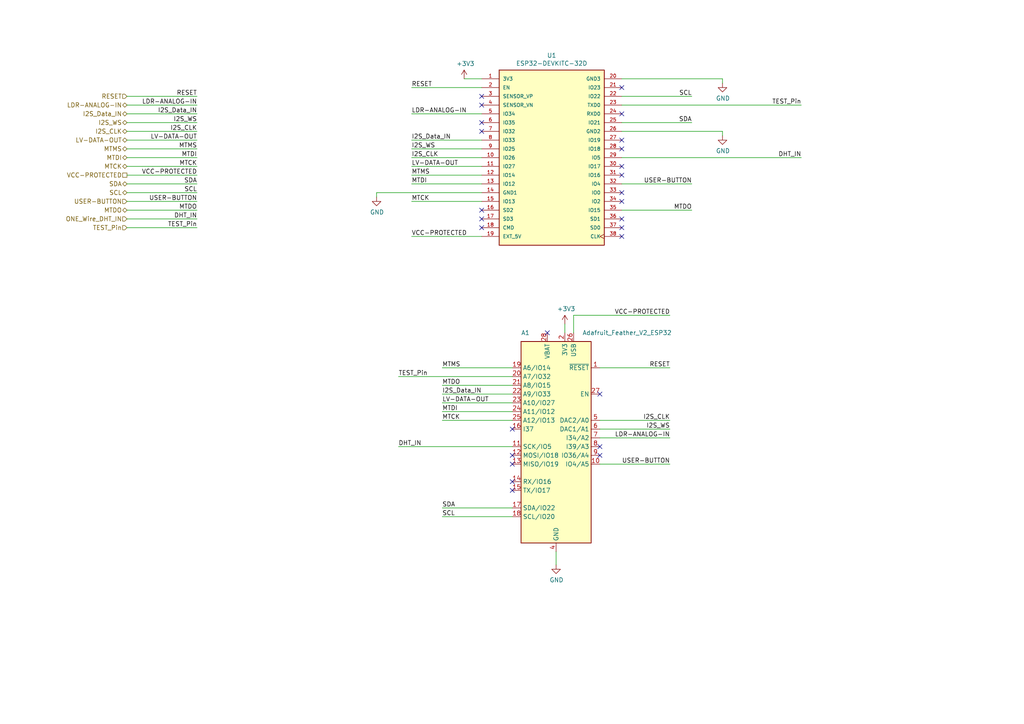
<source format=kicad_sch>
(kicad_sch (version 20230121) (generator eeschema)

  (uuid 92fc86c1-c938-4da6-b453-50182489c2ae)

  (paper "A4")

  (title_block
    (title "Pixelix")
    (date "2024-02-02")
    (rev "2.1")
    (comment 1 "Schneider, Niklas")
  )

  (lib_symbols
    (symbol "ESP32-DEVKITC-32D_new:ESP32-DEVKITC-32D" (pin_names (offset 1.016)) (in_bom yes) (on_board yes)
      (property "Reference" "U" (at -15.2654 26.0604 0)
        (effects (font (size 1.27 1.27)) (justify left bottom))
      )
      (property "Value" "ESP32-DEVKITC-32D" (at -15.2654 -27.9654 0)
        (effects (font (size 1.27 1.27)) (justify left bottom))
      )
      (property "Footprint" "MODULE_ESP32-DEVKITC-32D" (at 0 0 0)
        (effects (font (size 1.27 1.27)) (justify left bottom) hide)
      )
      (property "Datasheet" "" (at 0 0 0)
        (effects (font (size 1.27 1.27)) (justify left bottom) hide)
      )
      (property "MANUFACTURER" "Espressif Systems" (at 0 0 0)
        (effects (font (size 1.27 1.27)) (justify left bottom) hide)
      )
      (property "PARTREV" "4" (at 0 0 0)
        (effects (font (size 1.27 1.27)) (justify left bottom) hide)
      )
      (property "ki_locked" "" (at 0 0 0)
        (effects (font (size 1.27 1.27)))
      )
      (symbol "ESP32-DEVKITC-32D_0_0"
        (rectangle (start -15.24 -25.4) (end 15.24 25.4)
          (stroke (width 0.254) (type default))
          (fill (type background))
        )
        (pin power_in line (at -20.32 22.86 0) (length 5.08)
          (name "3V3" (effects (font (size 1.016 1.016))))
          (number "1" (effects (font (size 1.016 1.016))))
        )
        (pin bidirectional line (at -20.32 0 0) (length 5.08)
          (name "IO26" (effects (font (size 1.016 1.016))))
          (number "10" (effects (font (size 1.016 1.016))))
        )
        (pin bidirectional line (at -20.32 -2.54 0) (length 5.08)
          (name "IO27" (effects (font (size 1.016 1.016))))
          (number "11" (effects (font (size 1.016 1.016))))
        )
        (pin bidirectional line (at -20.32 -5.08 0) (length 5.08)
          (name "IO14" (effects (font (size 1.016 1.016))))
          (number "12" (effects (font (size 1.016 1.016))))
        )
        (pin bidirectional line (at -20.32 -7.62 0) (length 5.08)
          (name "IO12" (effects (font (size 1.016 1.016))))
          (number "13" (effects (font (size 1.016 1.016))))
        )
        (pin power_in line (at -20.32 -10.16 0) (length 5.08)
          (name "GND1" (effects (font (size 1.016 1.016))))
          (number "14" (effects (font (size 1.016 1.016))))
        )
        (pin bidirectional line (at -20.32 -12.7 0) (length 5.08)
          (name "IO13" (effects (font (size 1.016 1.016))))
          (number "15" (effects (font (size 1.016 1.016))))
        )
        (pin bidirectional line (at -20.32 -15.24 0) (length 5.08)
          (name "SD2" (effects (font (size 1.016 1.016))))
          (number "16" (effects (font (size 1.016 1.016))))
        )
        (pin bidirectional line (at -20.32 -17.78 0) (length 5.08)
          (name "SD3" (effects (font (size 1.016 1.016))))
          (number "17" (effects (font (size 1.016 1.016))))
        )
        (pin bidirectional line (at -20.32 -20.32 0) (length 5.08)
          (name "CMD" (effects (font (size 1.016 1.016))))
          (number "18" (effects (font (size 1.016 1.016))))
        )
        (pin power_in line (at -20.32 -22.86 0) (length 5.08)
          (name "EXT_5V" (effects (font (size 1.016 1.016))))
          (number "19" (effects (font (size 1.016 1.016))))
        )
        (pin input line (at -20.32 20.32 0) (length 5.08)
          (name "EN" (effects (font (size 1.016 1.016))))
          (number "2" (effects (font (size 1.016 1.016))))
        )
        (pin power_in line (at 20.32 22.86 180) (length 5.08)
          (name "GND3" (effects (font (size 1.016 1.016))))
          (number "20" (effects (font (size 1.016 1.016))))
        )
        (pin bidirectional line (at 20.32 20.32 180) (length 5.08)
          (name "IO23" (effects (font (size 1.016 1.016))))
          (number "21" (effects (font (size 1.016 1.016))))
        )
        (pin bidirectional line (at 20.32 17.78 180) (length 5.08)
          (name "IO22" (effects (font (size 1.016 1.016))))
          (number "22" (effects (font (size 1.016 1.016))))
        )
        (pin output line (at 20.32 15.24 180) (length 5.08)
          (name "TXD0" (effects (font (size 1.016 1.016))))
          (number "23" (effects (font (size 1.016 1.016))))
        )
        (pin input line (at 20.32 12.7 180) (length 5.08)
          (name "RXD0" (effects (font (size 1.016 1.016))))
          (number "24" (effects (font (size 1.016 1.016))))
        )
        (pin bidirectional line (at 20.32 10.16 180) (length 5.08)
          (name "IO21" (effects (font (size 1.016 1.016))))
          (number "25" (effects (font (size 1.016 1.016))))
        )
        (pin power_in line (at 20.32 7.62 180) (length 5.08)
          (name "GND2" (effects (font (size 1.016 1.016))))
          (number "26" (effects (font (size 1.016 1.016))))
        )
        (pin bidirectional line (at 20.32 5.08 180) (length 5.08)
          (name "IO19" (effects (font (size 1.016 1.016))))
          (number "27" (effects (font (size 1.016 1.016))))
        )
        (pin bidirectional line (at 20.32 2.54 180) (length 5.08)
          (name "IO18" (effects (font (size 1.016 1.016))))
          (number "28" (effects (font (size 1.016 1.016))))
        )
        (pin bidirectional line (at 20.32 0 180) (length 5.08)
          (name "IO5" (effects (font (size 1.016 1.016))))
          (number "29" (effects (font (size 1.016 1.016))))
        )
        (pin input line (at -20.32 17.78 0) (length 5.08)
          (name "SENSOR_VP" (effects (font (size 1.016 1.016))))
          (number "3" (effects (font (size 1.016 1.016))))
        )
        (pin bidirectional line (at 20.32 -2.54 180) (length 5.08)
          (name "IO17" (effects (font (size 1.016 1.016))))
          (number "30" (effects (font (size 1.016 1.016))))
        )
        (pin bidirectional line (at 20.32 -5.08 180) (length 5.08)
          (name "IO16" (effects (font (size 1.016 1.016))))
          (number "31" (effects (font (size 1.016 1.016))))
        )
        (pin bidirectional line (at 20.32 -7.62 180) (length 5.08)
          (name "IO4" (effects (font (size 1.016 1.016))))
          (number "32" (effects (font (size 1.016 1.016))))
        )
        (pin bidirectional line (at 20.32 -10.16 180) (length 5.08)
          (name "IO0" (effects (font (size 1.016 1.016))))
          (number "33" (effects (font (size 1.016 1.016))))
        )
        (pin bidirectional line (at 20.32 -12.7 180) (length 5.08)
          (name "IO2" (effects (font (size 1.016 1.016))))
          (number "34" (effects (font (size 1.016 1.016))))
        )
        (pin bidirectional line (at 20.32 -15.24 180) (length 5.08)
          (name "IO15" (effects (font (size 1.016 1.016))))
          (number "35" (effects (font (size 1.016 1.016))))
        )
        (pin bidirectional line (at 20.32 -17.78 180) (length 5.08)
          (name "SD1" (effects (font (size 1.016 1.016))))
          (number "36" (effects (font (size 1.016 1.016))))
        )
        (pin bidirectional line (at 20.32 -20.32 180) (length 5.08)
          (name "SD0" (effects (font (size 1.016 1.016))))
          (number "37" (effects (font (size 1.016 1.016))))
        )
        (pin input clock (at 20.32 -22.86 180) (length 5.08)
          (name "CLK" (effects (font (size 1.016 1.016))))
          (number "38" (effects (font (size 1.016 1.016))))
        )
        (pin input line (at -20.32 15.24 0) (length 5.08)
          (name "SENSOR_VN" (effects (font (size 1.016 1.016))))
          (number "4" (effects (font (size 1.016 1.016))))
        )
        (pin bidirectional line (at -20.32 12.7 0) (length 5.08)
          (name "IO34" (effects (font (size 1.016 1.016))))
          (number "5" (effects (font (size 1.016 1.016))))
        )
        (pin bidirectional line (at -20.32 10.16 0) (length 5.08)
          (name "IO35" (effects (font (size 1.016 1.016))))
          (number "6" (effects (font (size 1.016 1.016))))
        )
        (pin bidirectional line (at -20.32 7.62 0) (length 5.08)
          (name "IO32" (effects (font (size 1.016 1.016))))
          (number "7" (effects (font (size 1.016 1.016))))
        )
        (pin bidirectional line (at -20.32 5.08 0) (length 5.08)
          (name "IO33" (effects (font (size 1.016 1.016))))
          (number "8" (effects (font (size 1.016 1.016))))
        )
        (pin bidirectional line (at -20.32 2.54 0) (length 5.08)
          (name "IO25" (effects (font (size 1.016 1.016))))
          (number "9" (effects (font (size 1.016 1.016))))
        )
      )
    )
    (symbol "MCU_Module_Project:Adafruit_Feather_V2_ESP32" (in_bom yes) (on_board yes)
      (property "Reference" "A" (at -10.16 29.21 0)
        (effects (font (size 1.27 1.27)) (justify left))
      )
      (property "Value" "Adafruit_Feather_V2_ESP32" (at 7.62 29.21 0)
        (effects (font (size 1.27 1.27)) (justify left))
      )
      (property "Footprint" "Module:Adafruit_Feather" (at 2.54 -34.29 0)
        (effects (font (size 1.27 1.27)) (justify left) hide)
      )
      (property "Datasheet" "https://cdn-learn.adafruit.com/downloads/pdf/adafruit-esp32-feather-v2.pdf" (at 0 -30.48 0)
        (effects (font (size 1.27 1.27)) hide)
      )
      (property "ki_keywords" "Adafruit feather microcontroller module USB" (at 0 0 0)
        (effects (font (size 1.27 1.27)) hide)
      )
      (property "ki_description" "Microcontroller module with ESP32 MCU" (at 0 0 0)
        (effects (font (size 1.27 1.27)) hide)
      )
      (property "ki_fp_filters" "Adafruit*Feather*" (at 0 0 0)
        (effects (font (size 1.27 1.27)) hide)
      )
      (symbol "Adafruit_Feather_V2_ESP32_0_1"
        (rectangle (start -10.16 27.94) (end 10.16 -30.48)
          (stroke (width 0.254) (type default))
          (fill (type background))
        )
      )
      (symbol "Adafruit_Feather_V2_ESP32_1_1"
        (pin input line (at 12.7 20.32 180) (length 2.54)
          (name "~{RESET}" (effects (font (size 1.27 1.27))))
          (number "1" (effects (font (size 1.27 1.27))))
        )
        (pin bidirectional line (at 12.7 -7.62 180) (length 2.54)
          (name "IO4/A5" (effects (font (size 1.27 1.27))))
          (number "10" (effects (font (size 1.27 1.27))))
        )
        (pin bidirectional line (at -12.7 -2.54 0) (length 2.54)
          (name "SCK/IO5" (effects (font (size 1.27 1.27))))
          (number "11" (effects (font (size 1.27 1.27))))
        )
        (pin bidirectional line (at -12.7 -5.08 0) (length 2.54)
          (name "MOSI/IO18" (effects (font (size 1.27 1.27))))
          (number "12" (effects (font (size 1.27 1.27))))
        )
        (pin bidirectional line (at -12.7 -7.62 0) (length 2.54)
          (name "MISO/IO19" (effects (font (size 1.27 1.27))))
          (number "13" (effects (font (size 1.27 1.27))))
        )
        (pin bidirectional line (at -12.7 -12.7 0) (length 2.54)
          (name "RX/IO16" (effects (font (size 1.27 1.27))))
          (number "14" (effects (font (size 1.27 1.27))))
        )
        (pin bidirectional line (at -12.7 -15.24 0) (length 2.54)
          (name "TX/IO17" (effects (font (size 1.27 1.27))))
          (number "15" (effects (font (size 1.27 1.27))))
        )
        (pin bidirectional line (at -12.7 2.54 0) (length 2.54)
          (name "I37" (effects (font (size 1.27 1.27))))
          (number "16" (effects (font (size 1.27 1.27))))
        )
        (pin bidirectional line (at -12.7 -20.32 0) (length 2.54)
          (name "SDA/IO22" (effects (font (size 1.27 1.27))))
          (number "17" (effects (font (size 1.27 1.27))))
        )
        (pin bidirectional line (at -12.7 -22.86 0) (length 2.54)
          (name "SCL/IO20" (effects (font (size 1.27 1.27))))
          (number "18" (effects (font (size 1.27 1.27))))
        )
        (pin bidirectional line (at -12.7 20.32 0) (length 2.54)
          (name "A6/IO14" (effects (font (size 1.27 1.27))))
          (number "19" (effects (font (size 1.27 1.27))))
        )
        (pin power_in line (at 2.54 30.48 270) (length 2.54)
          (name "3V3" (effects (font (size 1.27 1.27))))
          (number "2" (effects (font (size 1.27 1.27))))
        )
        (pin bidirectional line (at -12.7 17.78 0) (length 2.54)
          (name "A7/IO32" (effects (font (size 1.27 1.27))))
          (number "20" (effects (font (size 1.27 1.27))))
        )
        (pin bidirectional line (at -12.7 15.24 0) (length 2.54)
          (name "A8/IO15" (effects (font (size 1.27 1.27))))
          (number "21" (effects (font (size 1.27 1.27))))
        )
        (pin bidirectional line (at -12.7 12.7 0) (length 2.54)
          (name "A9/IO33" (effects (font (size 1.27 1.27))))
          (number "22" (effects (font (size 1.27 1.27))))
        )
        (pin bidirectional line (at -12.7 10.16 0) (length 2.54)
          (name "A10/IO27" (effects (font (size 1.27 1.27))))
          (number "23" (effects (font (size 1.27 1.27))))
        )
        (pin bidirectional line (at -12.7 7.62 0) (length 2.54)
          (name "A11/IO12" (effects (font (size 1.27 1.27))))
          (number "24" (effects (font (size 1.27 1.27))))
        )
        (pin bidirectional line (at -12.7 5.08 0) (length 2.54)
          (name "A12/IO13" (effects (font (size 1.27 1.27))))
          (number "25" (effects (font (size 1.27 1.27))))
        )
        (pin power_in line (at 5.08 30.48 270) (length 2.54)
          (name "USB" (effects (font (size 1.27 1.27))))
          (number "26" (effects (font (size 1.27 1.27))))
        )
        (pin input line (at 12.7 12.7 180) (length 2.54)
          (name "EN" (effects (font (size 1.27 1.27))))
          (number "27" (effects (font (size 1.27 1.27))))
        )
        (pin power_in line (at -2.54 30.48 270) (length 2.54)
          (name "VBAT" (effects (font (size 1.27 1.27))))
          (number "28" (effects (font (size 1.27 1.27))))
        )
        (pin no_connect line (at 10.16 10.16 180) (length 2.54) hide
          (name "NC" (effects (font (size 1.27 1.27))))
          (number "3" (effects (font (size 1.27 1.27))))
        )
        (pin power_in line (at 0 -33.02 90) (length 2.54)
          (name "GND" (effects (font (size 1.27 1.27))))
          (number "4" (effects (font (size 1.27 1.27))))
        )
        (pin bidirectional line (at 12.7 5.08 180) (length 2.54)
          (name "DAC2/A0" (effects (font (size 1.27 1.27))))
          (number "5" (effects (font (size 1.27 1.27))))
        )
        (pin bidirectional line (at 12.7 2.54 180) (length 2.54)
          (name "DAC1/A1" (effects (font (size 1.27 1.27))))
          (number "6" (effects (font (size 1.27 1.27))))
        )
        (pin bidirectional line (at 12.7 0 180) (length 2.54)
          (name "I34/A2" (effects (font (size 1.27 1.27))))
          (number "7" (effects (font (size 1.27 1.27))))
        )
        (pin bidirectional line (at 12.7 -2.54 180) (length 2.54)
          (name "I39/A3" (effects (font (size 1.27 1.27))))
          (number "8" (effects (font (size 1.27 1.27))))
        )
        (pin bidirectional line (at 12.7 -5.08 180) (length 2.54)
          (name "IO36/A4" (effects (font (size 1.27 1.27))))
          (number "9" (effects (font (size 1.27 1.27))))
        )
      )
    )
    (symbol "power:+3V3" (power) (pin_names (offset 0)) (in_bom yes) (on_board yes)
      (property "Reference" "#PWR" (at 0 -3.81 0)
        (effects (font (size 1.27 1.27)) hide)
      )
      (property "Value" "+3V3" (at 0 3.556 0)
        (effects (font (size 1.27 1.27)))
      )
      (property "Footprint" "" (at 0 0 0)
        (effects (font (size 1.27 1.27)) hide)
      )
      (property "Datasheet" "" (at 0 0 0)
        (effects (font (size 1.27 1.27)) hide)
      )
      (property "ki_keywords" "power-flag" (at 0 0 0)
        (effects (font (size 1.27 1.27)) hide)
      )
      (property "ki_description" "Power symbol creates a global label with name \"+3V3\"" (at 0 0 0)
        (effects (font (size 1.27 1.27)) hide)
      )
      (symbol "+3V3_0_1"
        (polyline
          (pts
            (xy -0.762 1.27)
            (xy 0 2.54)
          )
          (stroke (width 0) (type default))
          (fill (type none))
        )
        (polyline
          (pts
            (xy 0 0)
            (xy 0 2.54)
          )
          (stroke (width 0) (type default))
          (fill (type none))
        )
        (polyline
          (pts
            (xy 0 2.54)
            (xy 0.762 1.27)
          )
          (stroke (width 0) (type default))
          (fill (type none))
        )
      )
      (symbol "+3V3_1_1"
        (pin power_in line (at 0 0 90) (length 0) hide
          (name "+3V3" (effects (font (size 1.27 1.27))))
          (number "1" (effects (font (size 1.27 1.27))))
        )
      )
    )
    (symbol "power:GND" (power) (pin_names (offset 0)) (in_bom yes) (on_board yes)
      (property "Reference" "#PWR" (at 0 -6.35 0)
        (effects (font (size 1.27 1.27)) hide)
      )
      (property "Value" "GND" (at 0 -3.81 0)
        (effects (font (size 1.27 1.27)))
      )
      (property "Footprint" "" (at 0 0 0)
        (effects (font (size 1.27 1.27)) hide)
      )
      (property "Datasheet" "" (at 0 0 0)
        (effects (font (size 1.27 1.27)) hide)
      )
      (property "ki_keywords" "power-flag" (at 0 0 0)
        (effects (font (size 1.27 1.27)) hide)
      )
      (property "ki_description" "Power symbol creates a global label with name \"GND\" , ground" (at 0 0 0)
        (effects (font (size 1.27 1.27)) hide)
      )
      (symbol "GND_0_1"
        (polyline
          (pts
            (xy 0 0)
            (xy 0 -1.27)
            (xy 1.27 -1.27)
            (xy 0 -2.54)
            (xy -1.27 -1.27)
            (xy 0 -1.27)
          )
          (stroke (width 0) (type default))
          (fill (type none))
        )
      )
      (symbol "GND_1_1"
        (pin power_in line (at 0 0 270) (length 0) hide
          (name "GND" (effects (font (size 1.27 1.27))))
          (number "1" (effects (font (size 1.27 1.27))))
        )
      )
    )
  )


  (no_connect (at 180.34 33.02) (uuid 04ca1e89-7c5d-4408-912f-8dfa11c34742))
  (no_connect (at 139.7 66.04) (uuid 14cc674a-e71f-42c1-8996-e3d1c10b4388))
  (no_connect (at 148.59 132.08) (uuid 1c2bb362-c5d1-47b4-ba3a-18061cedd258))
  (no_connect (at 173.99 114.3) (uuid 1ceccdfe-725a-461d-936b-211534a84e06))
  (no_connect (at 180.34 50.8) (uuid 2b70e678-7806-4679-9ac4-c564289379f8))
  (no_connect (at 180.34 63.5) (uuid 2d03b6c5-0e7a-4331-a324-5aa9af74055a))
  (no_connect (at 148.59 139.7) (uuid 3724e910-4ee5-4a07-aea9-c8dd86ec4314))
  (no_connect (at 180.34 58.42) (uuid 387658b2-a7a4-411c-9b77-fe33279dadb2))
  (no_connect (at 139.7 30.48) (uuid 3bd45bf6-1ffb-446b-938b-00d101972b73))
  (no_connect (at 180.34 66.04) (uuid 3c67a3db-995c-4d43-aa47-dc779df5b4ac))
  (no_connect (at 173.99 129.54) (uuid 40e95ff3-f410-4bd7-ba28-7bf9188a12e4))
  (no_connect (at 173.99 132.08) (uuid 40e95ff3-f410-4bd7-ba28-7bf9188a12e5))
  (no_connect (at 180.34 55.88) (uuid 43c94fa6-e915-42b8-bff8-577e3d0a7174))
  (no_connect (at 139.7 60.96) (uuid 50f47e45-6bd5-44e1-b720-905518236788))
  (no_connect (at 139.7 63.5) (uuid 6474abbe-723e-4810-bc21-f071cdf93c1d))
  (no_connect (at 139.7 27.94) (uuid 6f86e8ea-6883-48f2-a6b4-6bcccc653b3d))
  (no_connect (at 139.7 35.56) (uuid 8c22cddb-eeff-4baa-b944-0ddfca607719))
  (no_connect (at 180.34 48.26) (uuid 9ca25690-4a5c-4133-8f73-fb791ffc6c73))
  (no_connect (at 148.59 124.46) (uuid 9d948440-30be-4aac-81f9-a891c5254093))
  (no_connect (at 148.59 134.62) (uuid b7200f00-7440-4b1f-a87b-38fe39dae948))
  (no_connect (at 148.59 142.24) (uuid c0822ada-510a-48b9-9b39-1595bec03442))
  (no_connect (at 180.34 43.18) (uuid cd9b81a2-b79a-4244-9ac0-c62e254036a3))
  (no_connect (at 139.7 38.1) (uuid d29f5640-8cc0-4562-ad08-b8058402a8c8))
  (no_connect (at 158.75 96.52) (uuid d9734f12-1363-451c-b51b-d044389d1332))
  (no_connect (at 180.34 68.58) (uuid da997e41-bfb2-45c4-8d70-84c56750ade2))
  (no_connect (at 180.34 40.64) (uuid e15e244f-337b-4568-afba-cb48208e8855))
  (no_connect (at 180.34 25.4) (uuid f9032590-fd04-446e-ab06-2a94c8103de7))

  (wire (pts (xy 57.15 60.96) (xy 36.83 60.96))
    (stroke (width 0) (type default))
    (uuid 1285a37f-41b7-46ca-80f7-915e77e0e01f)
  )
  (wire (pts (xy 128.27 121.92) (xy 148.59 121.92))
    (stroke (width 0) (type default))
    (uuid 14604585-0846-4992-9ac2-19f9894160e8)
  )
  (wire (pts (xy 139.7 58.42) (xy 119.38 58.42))
    (stroke (width 0) (type default))
    (uuid 159d10ae-3d84-4d21-a312-e42d84463192)
  )
  (wire (pts (xy 200.66 35.56) (xy 180.34 35.56))
    (stroke (width 0) (type default))
    (uuid 1993bbe8-e6b2-440f-9001-e94fa0a7805a)
  )
  (wire (pts (xy 57.15 55.88) (xy 36.83 55.88))
    (stroke (width 0) (type default))
    (uuid 1b758806-ee8a-4331-9306-b4ad85001704)
  )
  (wire (pts (xy 148.59 114.3) (xy 128.27 114.3))
    (stroke (width 0) (type default))
    (uuid 1c648539-eae2-4180-8763-c4fb1ccee44c)
  )
  (wire (pts (xy 166.37 91.44) (xy 166.37 96.52))
    (stroke (width 0) (type default))
    (uuid 25ec060d-1055-47ee-8353-248e0a0bf110)
  )
  (wire (pts (xy 128.27 119.38) (xy 148.59 119.38))
    (stroke (width 0) (type default))
    (uuid 2958d1c2-5e95-40c2-a135-143db5d0f837)
  )
  (wire (pts (xy 139.7 50.8) (xy 119.38 50.8))
    (stroke (width 0) (type default))
    (uuid 2c1768f4-d5af-4b67-9275-3ef489ddd821)
  )
  (wire (pts (xy 57.15 45.72) (xy 36.83 45.72))
    (stroke (width 0) (type default))
    (uuid 2e074083-07c5-46ae-90c0-d513c17047b7)
  )
  (wire (pts (xy 57.15 58.42) (xy 36.83 58.42))
    (stroke (width 0) (type default))
    (uuid 3456194f-745c-4a39-a0fd-fb7c42121b52)
  )
  (wire (pts (xy 139.7 25.4) (xy 119.38 25.4))
    (stroke (width 0) (type default))
    (uuid 376a20bc-00e4-4fec-a45a-3010ad460297)
  )
  (wire (pts (xy 57.15 30.48) (xy 36.83 30.48))
    (stroke (width 0) (type default))
    (uuid 38834d9d-fa89-43c9-969d-cd7045771d53)
  )
  (wire (pts (xy 57.15 50.8) (xy 36.83 50.8))
    (stroke (width 0) (type default))
    (uuid 3a1184de-39da-456d-a308-e8574cd2fa59)
  )
  (wire (pts (xy 209.55 24.13) (xy 209.55 22.86))
    (stroke (width 0) (type default))
    (uuid 3b3cfa17-d6ac-46c1-b6c1-6a4067b2d1f3)
  )
  (wire (pts (xy 166.37 91.44) (xy 194.31 91.44))
    (stroke (width 0) (type default))
    (uuid 3f248ae9-d532-4f39-8cf4-002736534383)
  )
  (wire (pts (xy 139.7 43.18) (xy 119.38 43.18))
    (stroke (width 0) (type default))
    (uuid 496b2836-ffb3-4594-b2fd-a051b962befe)
  )
  (wire (pts (xy 200.66 53.34) (xy 180.34 53.34))
    (stroke (width 0) (type default))
    (uuid 4a75fde4-ea80-4838-b6b2-42d27d0eb1fc)
  )
  (wire (pts (xy 139.7 33.02) (xy 119.38 33.02))
    (stroke (width 0) (type default))
    (uuid 50ba84ce-707f-4cdc-9745-a631931dad61)
  )
  (wire (pts (xy 57.15 63.5) (xy 36.83 63.5))
    (stroke (width 0) (type default))
    (uuid 53a7f874-9567-4f76-8708-0155969a5d44)
  )
  (wire (pts (xy 57.15 43.18) (xy 36.83 43.18))
    (stroke (width 0) (type default))
    (uuid 552ee70e-ad86-4afe-a532-e91f5d0b55de)
  )
  (wire (pts (xy 57.15 35.56) (xy 36.83 35.56))
    (stroke (width 0) (type default))
    (uuid 557139ee-5b6f-4998-8667-ec3025aefd8d)
  )
  (wire (pts (xy 128.27 147.32) (xy 148.59 147.32))
    (stroke (width 0) (type default))
    (uuid 61e04839-2c24-4920-815d-03e7e4e62782)
  )
  (wire (pts (xy 128.27 111.76) (xy 148.59 111.76))
    (stroke (width 0) (type default))
    (uuid 6215e4fb-5af7-4a33-8752-287806ed6fbb)
  )
  (wire (pts (xy 194.31 134.62) (xy 173.99 134.62))
    (stroke (width 0) (type default))
    (uuid 64f00d1b-b00d-4de5-b9c9-61f47a6fb993)
  )
  (wire (pts (xy 109.22 57.15) (xy 109.22 55.88))
    (stroke (width 0) (type default))
    (uuid 68408cb1-0f6c-4978-b94b-063167f9ba38)
  )
  (wire (pts (xy 209.55 39.37) (xy 209.55 38.1))
    (stroke (width 0) (type default))
    (uuid 6afa334a-43af-403e-83f1-437719566348)
  )
  (wire (pts (xy 57.15 48.26) (xy 36.83 48.26))
    (stroke (width 0) (type default))
    (uuid 6bca6c63-3599-4fe7-8cca-d982212e6e6a)
  )
  (wire (pts (xy 57.15 66.04) (xy 36.83 66.04))
    (stroke (width 0) (type default))
    (uuid 75e1ea8b-3d24-480c-8bb7-dcc07c180058)
  )
  (wire (pts (xy 57.15 27.94) (xy 36.83 27.94))
    (stroke (width 0) (type default))
    (uuid 7b5d607a-8ea2-40fb-97d3-ce884528a17b)
  )
  (wire (pts (xy 139.7 45.72) (xy 119.38 45.72))
    (stroke (width 0) (type default))
    (uuid 7d2d2409-72ad-4218-8aff-e75d4979c533)
  )
  (wire (pts (xy 163.83 93.98) (xy 163.83 96.52))
    (stroke (width 0) (type default))
    (uuid 85f58bf0-def5-4da6-9f63-7fb8ce59cf9d)
  )
  (wire (pts (xy 209.55 38.1) (xy 180.34 38.1))
    (stroke (width 0) (type default))
    (uuid 87b43059-ffcf-4275-ac5c-182bd00c2660)
  )
  (wire (pts (xy 134.62 22.86) (xy 139.7 22.86))
    (stroke (width 0) (type default))
    (uuid 8fcdd999-0d57-463c-8c09-fd6c8c01e6a9)
  )
  (wire (pts (xy 57.15 38.1) (xy 36.83 38.1))
    (stroke (width 0) (type default))
    (uuid 94748657-3a6d-4d2b-84dc-1ade6e2ee586)
  )
  (wire (pts (xy 200.66 60.96) (xy 180.34 60.96))
    (stroke (width 0) (type default))
    (uuid 94d98ebe-8494-43fa-8800-4b50d924de38)
  )
  (wire (pts (xy 194.31 121.92) (xy 173.99 121.92))
    (stroke (width 0) (type default))
    (uuid 96d0f640-0ab1-43ba-af35-8b986b6469ee)
  )
  (wire (pts (xy 128.27 116.84) (xy 148.59 116.84))
    (stroke (width 0) (type default))
    (uuid 96e9793c-5ac7-491b-b9fe-ea1c92f3290a)
  )
  (wire (pts (xy 139.7 48.26) (xy 119.38 48.26))
    (stroke (width 0) (type default))
    (uuid 9c9f6838-623e-4c93-b412-d60b358aa194)
  )
  (wire (pts (xy 57.15 40.64) (xy 36.83 40.64))
    (stroke (width 0) (type default))
    (uuid 9fe36b4b-7f4c-4096-a3f5-750f30290ab6)
  )
  (wire (pts (xy 109.22 55.88) (xy 139.7 55.88))
    (stroke (width 0) (type default))
    (uuid a509efe6-fedc-4b61-9780-7d51f422aede)
  )
  (wire (pts (xy 139.7 40.64) (xy 119.38 40.64))
    (stroke (width 0) (type default))
    (uuid b17d6ac8-4686-4a66-a8c8-e3b26724d477)
  )
  (wire (pts (xy 173.99 127) (xy 194.31 127))
    (stroke (width 0) (type default))
    (uuid b4b7d9ca-7f3a-4f02-8aac-807d78f60254)
  )
  (wire (pts (xy 128.27 106.68) (xy 148.59 106.68))
    (stroke (width 0) (type default))
    (uuid ce0b3f9d-a1a2-4662-af20-eca8d109cba3)
  )
  (wire (pts (xy 115.57 129.54) (xy 148.59 129.54))
    (stroke (width 0) (type default))
    (uuid d09f894e-661b-46bd-a667-d59fe34ec694)
  )
  (wire (pts (xy 115.57 109.22) (xy 148.59 109.22))
    (stroke (width 0) (type default))
    (uuid d0e052e1-c314-48ef-9fd3-dca09ba9c66a)
  )
  (wire (pts (xy 209.55 22.86) (xy 180.34 22.86))
    (stroke (width 0) (type default))
    (uuid d12b702f-5b15-4f7d-b37f-8091f914b4ba)
  )
  (wire (pts (xy 139.7 53.34) (xy 119.38 53.34))
    (stroke (width 0) (type default))
    (uuid d274ee6b-0d8a-42f0-8448-0feb0df375dd)
  )
  (wire (pts (xy 161.29 160.02) (xy 161.29 163.83))
    (stroke (width 0) (type default))
    (uuid d3eab2a2-2ab8-433f-a410-338e14a37679)
  )
  (wire (pts (xy 57.15 53.34) (xy 36.83 53.34))
    (stroke (width 0) (type default))
    (uuid d76d6a81-14ca-478a-9546-0a9ddfefd643)
  )
  (wire (pts (xy 194.31 106.68) (xy 173.99 106.68))
    (stroke (width 0) (type default))
    (uuid d827e854-da27-4f25-b3ff-064cfa683378)
  )
  (wire (pts (xy 180.34 45.72) (xy 232.41 45.72))
    (stroke (width 0) (type default))
    (uuid dccdefcd-2716-45ec-92fd-313b3b7a577e)
  )
  (wire (pts (xy 194.31 124.46) (xy 173.99 124.46))
    (stroke (width 0) (type default))
    (uuid dfae87f1-5fd9-42df-a846-913525c78fd3)
  )
  (wire (pts (xy 232.41 30.48) (xy 180.34 30.48))
    (stroke (width 0) (type default))
    (uuid e66cf7b4-e4d5-42a9-a19d-bcfaf331fe0f)
  )
  (wire (pts (xy 200.66 27.94) (xy 180.34 27.94))
    (stroke (width 0) (type default))
    (uuid eb19241e-6cbd-401a-8a2c-ff6fad9e7312)
  )
  (wire (pts (xy 57.15 33.02) (xy 36.83 33.02))
    (stroke (width 0) (type default))
    (uuid edf70542-eed2-4f36-a964-011c2cf5c969)
  )
  (wire (pts (xy 139.7 68.58) (xy 119.38 68.58))
    (stroke (width 0) (type default))
    (uuid ee66e083-192c-4531-9aca-1042203c45d4)
  )
  (wire (pts (xy 128.27 149.86) (xy 148.59 149.86))
    (stroke (width 0) (type default))
    (uuid f331446d-1c55-4033-aaba-8fbff200de51)
  )

  (label "MTMS" (at 119.38 50.8 0) (fields_autoplaced)
    (effects (font (size 1.27 1.27)) (justify left bottom))
    (uuid 0465767d-150e-4b66-9613-0a233021109c)
  )
  (label "I2S_CLK" (at 194.31 121.92 180) (fields_autoplaced)
    (effects (font (size 1.27 1.27)) (justify right bottom))
    (uuid 060fae67-b9cc-441c-937b-a9a3c590b351)
  )
  (label "MTCK" (at 128.27 121.92 0) (fields_autoplaced)
    (effects (font (size 1.27 1.27)) (justify left bottom))
    (uuid 0645fbe1-ed6b-4a78-a160-c9b13571f1a1)
  )
  (label "TEST_Pin" (at 115.57 109.22 0) (fields_autoplaced)
    (effects (font (size 1.27 1.27)) (justify left bottom))
    (uuid 0c5ace43-6ef1-4995-953b-aa93d7301d66)
  )
  (label "LDR-ANALOG-IN" (at 57.15 30.48 180) (fields_autoplaced)
    (effects (font (size 1.27 1.27)) (justify right bottom))
    (uuid 0e2ed4a3-c1d2-4459-b2a9-e54217e2be7d)
  )
  (label "DHT_IN" (at 232.41 45.72 180) (fields_autoplaced)
    (effects (font (size 1.27 1.27)) (justify right bottom))
    (uuid 1390fdcb-61c1-419b-bbc1-af593e735d7e)
  )
  (label "SDA" (at 128.27 147.32 0) (fields_autoplaced)
    (effects (font (size 1.27 1.27)) (justify left bottom))
    (uuid 1809a0c5-f820-4670-9fa5-541e76dca861)
  )
  (label "RESET" (at 194.31 106.68 180) (fields_autoplaced)
    (effects (font (size 1.27 1.27)) (justify right bottom))
    (uuid 19717edf-270f-4bbf-ba8d-eceedce59647)
  )
  (label "I2S_Data_IN" (at 57.15 33.02 180) (fields_autoplaced)
    (effects (font (size 1.27 1.27)) (justify right bottom))
    (uuid 1e314b3c-0aac-4648-9bac-8edbbf16ca35)
  )
  (label "TEST_Pin" (at 232.41 30.48 180) (fields_autoplaced)
    (effects (font (size 1.27 1.27)) (justify right bottom))
    (uuid 1f75b1d4-2367-4967-85ab-a66ff2a3f3d0)
  )
  (label "MTCK" (at 119.38 58.42 0) (fields_autoplaced)
    (effects (font (size 1.27 1.27)) (justify left bottom))
    (uuid 297e7e34-369d-4b1e-9103-a81d128aebc2)
  )
  (label "I2S_Data_IN" (at 128.27 114.3 0) (fields_autoplaced)
    (effects (font (size 1.27 1.27)) (justify left bottom))
    (uuid 2a48aa64-4351-45ae-aa07-9c33fc233226)
  )
  (label "MTMS" (at 128.27 106.68 0) (fields_autoplaced)
    (effects (font (size 1.27 1.27)) (justify left bottom))
    (uuid 387c8e5e-5abe-4822-924a-23c438ff131a)
  )
  (label "I2S_CLK" (at 57.15 38.1 180) (fields_autoplaced)
    (effects (font (size 1.27 1.27)) (justify right bottom))
    (uuid 39dc8803-c497-4727-85fc-f85a70e80606)
  )
  (label "RESET" (at 119.38 25.4 0) (fields_autoplaced)
    (effects (font (size 1.27 1.27)) (justify left bottom))
    (uuid 3a9ec6f5-42c9-460b-a3c4-658a3b198791)
  )
  (label "MTDO" (at 57.15 60.96 180) (fields_autoplaced)
    (effects (font (size 1.27 1.27)) (justify right bottom))
    (uuid 3e0d5127-db3e-4821-94e1-ba8f97b66cff)
  )
  (label "MTDO" (at 200.66 60.96 180) (fields_autoplaced)
    (effects (font (size 1.27 1.27)) (justify right bottom))
    (uuid 505301f9-1143-4888-9334-3253b0038db2)
  )
  (label "I2S_CLK" (at 119.38 45.72 0) (fields_autoplaced)
    (effects (font (size 1.27 1.27)) (justify left bottom))
    (uuid 555426f4-f454-4109-984c-f2ffd16d7960)
  )
  (label "LDR-ANALOG-IN" (at 194.31 127 180) (fields_autoplaced)
    (effects (font (size 1.27 1.27)) (justify right bottom))
    (uuid 607b5489-87ee-4e13-aa70-8562a43ba15d)
  )
  (label "SDA" (at 200.66 35.56 180) (fields_autoplaced)
    (effects (font (size 1.27 1.27)) (justify right bottom))
    (uuid 672ee9a9-7ce6-4ed0-9c0b-a8e763e92c94)
  )
  (label "I2S_Data_IN" (at 119.38 40.64 0) (fields_autoplaced)
    (effects (font (size 1.27 1.27)) (justify left bottom))
    (uuid 700d0969-72d8-4906-84b8-a51b4dde7510)
  )
  (label "MTDI" (at 119.38 53.34 0) (fields_autoplaced)
    (effects (font (size 1.27 1.27)) (justify left bottom))
    (uuid 7a6630c0-62ed-413c-8fc3-06e81f6c1142)
  )
  (label "LV-DATA-OUT" (at 119.38 48.26 0) (fields_autoplaced)
    (effects (font (size 1.27 1.27)) (justify left bottom))
    (uuid 7a8e9cfc-d025-4700-9542-a935d1e1349a)
  )
  (label "TEST_Pin" (at 57.15 66.04 180) (fields_autoplaced)
    (effects (font (size 1.27 1.27)) (justify right bottom))
    (uuid 7d759bf2-acdb-48ce-9dee-b86bd8a87758)
  )
  (label "MTDI" (at 128.27 119.38 0) (fields_autoplaced)
    (effects (font (size 1.27 1.27)) (justify left bottom))
    (uuid 7de9cc73-df06-401e-8b9b-35efcfc68334)
  )
  (label "USER-BUTTON" (at 57.15 58.42 180) (fields_autoplaced)
    (effects (font (size 1.27 1.27)) (justify right bottom))
    (uuid 8087a4f2-7c34-4330-8e6f-fc7362d381cc)
  )
  (label "DHT_IN" (at 57.15 63.5 180) (fields_autoplaced)
    (effects (font (size 1.27 1.27)) (justify right bottom))
    (uuid 8f77f9a0-0507-40da-aa86-3f32c9a3ed18)
  )
  (label "SDA" (at 57.15 53.34 180) (fields_autoplaced)
    (effects (font (size 1.27 1.27)) (justify right bottom))
    (uuid 928d6c0b-d0de-49f6-9749-2bf0a1d69933)
  )
  (label "VCC-PROTECTED" (at 194.31 91.44 180) (fields_autoplaced)
    (effects (font (size 1.27 1.27)) (justify right bottom))
    (uuid 978533c2-c5a5-4ceb-87aa-35cfca833ac9)
  )
  (label "MTMS" (at 57.15 43.18 180) (fields_autoplaced)
    (effects (font (size 1.27 1.27)) (justify right bottom))
    (uuid 993a2e26-7dcb-441c-a320-517473212cf3)
  )
  (label "VCC-PROTECTED" (at 119.38 68.58 0) (fields_autoplaced)
    (effects (font (size 1.27 1.27)) (justify left bottom))
    (uuid a115fc9a-6fb4-4a73-91f7-2b54409f6cde)
  )
  (label "MTDO" (at 128.27 111.76 0) (fields_autoplaced)
    (effects (font (size 1.27 1.27)) (justify left bottom))
    (uuid acaa12eb-4426-407c-9d9c-57326e909103)
  )
  (label "USER-BUTTON" (at 200.66 53.34 180) (fields_autoplaced)
    (effects (font (size 1.27 1.27)) (justify right bottom))
    (uuid b3f59e9b-42bb-43bc-b4ac-077e6080b1fd)
  )
  (label "I2S_WS" (at 194.31 124.46 180) (fields_autoplaced)
    (effects (font (size 1.27 1.27)) (justify right bottom))
    (uuid c1ac7c1e-e4ed-4afa-9e94-4e335b1975ee)
  )
  (label "MTDI" (at 57.15 45.72 180) (fields_autoplaced)
    (effects (font (size 1.27 1.27)) (justify right bottom))
    (uuid c3914bd8-a200-4bae-910e-a299a5fabc64)
  )
  (label "I2S_WS" (at 57.15 35.56 180) (fields_autoplaced)
    (effects (font (size 1.27 1.27)) (justify right bottom))
    (uuid c66c5030-4528-4540-9bb8-412470580473)
  )
  (label "LV-DATA-OUT" (at 57.15 40.64 180) (fields_autoplaced)
    (effects (font (size 1.27 1.27)) (justify right bottom))
    (uuid c795db49-73ea-4c13-8bce-7fa792b11476)
  )
  (label "SCL" (at 200.66 27.94 180) (fields_autoplaced)
    (effects (font (size 1.27 1.27)) (justify right bottom))
    (uuid c9d2d6f3-f664-43fc-be24-b6af81f26374)
  )
  (label "SCL" (at 128.27 149.86 0) (fields_autoplaced)
    (effects (font (size 1.27 1.27)) (justify left bottom))
    (uuid ce923fb0-93d6-48f0-a3da-3c5a1b280269)
  )
  (label "DHT_IN" (at 115.57 129.54 0) (fields_autoplaced)
    (effects (font (size 1.27 1.27)) (justify left bottom))
    (uuid d1c23135-0953-4177-b741-376049a2f0a8)
  )
  (label "LDR-ANALOG-IN" (at 119.38 33.02 0) (fields_autoplaced)
    (effects (font (size 1.27 1.27)) (justify left bottom))
    (uuid d59af310-5adb-4481-a638-bfce847fe58d)
  )
  (label "VCC-PROTECTED" (at 57.15 50.8 180) (fields_autoplaced)
    (effects (font (size 1.27 1.27)) (justify right bottom))
    (uuid d7d17a9d-b554-4f08-859c-c565d22eea36)
  )
  (label "MTCK" (at 57.15 48.26 180) (fields_autoplaced)
    (effects (font (size 1.27 1.27)) (justify right bottom))
    (uuid deb5ff00-2452-410d-9a92-ec8cac430f84)
  )
  (label "SCL" (at 57.15 55.88 180) (fields_autoplaced)
    (effects (font (size 1.27 1.27)) (justify right bottom))
    (uuid e23d691d-bb7c-4932-9f19-06dbd3eed963)
  )
  (label "I2S_WS" (at 119.38 43.18 0) (fields_autoplaced)
    (effects (font (size 1.27 1.27)) (justify left bottom))
    (uuid e535a70c-5bb6-404a-952e-b61d14b4a727)
  )
  (label "RESET" (at 57.15 27.94 180) (fields_autoplaced)
    (effects (font (size 1.27 1.27)) (justify right bottom))
    (uuid e780091c-31a5-41b5-8570-a28d94957a18)
  )
  (label "LV-DATA-OUT" (at 128.27 116.84 0) (fields_autoplaced)
    (effects (font (size 1.27 1.27)) (justify left bottom))
    (uuid ec90750a-9c20-4119-b885-4bb6adf070ea)
  )
  (label "USER-BUTTON" (at 194.31 134.62 180) (fields_autoplaced)
    (effects (font (size 1.27 1.27)) (justify right bottom))
    (uuid fb435013-bec5-46e0-bae8-09e53721f3f2)
  )

  (hierarchical_label "RESET" (shape input) (at 36.83 27.94 180) (fields_autoplaced)
    (effects (font (size 1.27 1.27)) (justify right))
    (uuid 1006bd9b-8b47-451b-99a2-8e4897c859ec)
  )
  (hierarchical_label "I2S_CLK" (shape bidirectional) (at 36.83 38.1 180) (fields_autoplaced)
    (effects (font (size 1.27 1.27)) (justify right))
    (uuid 1101c279-c974-4608-887a-5c3c1b84ec75)
  )
  (hierarchical_label "SCL" (shape bidirectional) (at 36.83 55.88 180) (fields_autoplaced)
    (effects (font (size 1.27 1.27)) (justify right))
    (uuid 1539672b-84a6-4940-b9ef-45d58d89eab4)
  )
  (hierarchical_label "USER-BUTTON" (shape input) (at 36.83 58.42 180) (fields_autoplaced)
    (effects (font (size 1.27 1.27)) (justify right))
    (uuid 275ebf2f-0776-41fd-8290-141be73b07db)
  )
  (hierarchical_label "TEST_Pin" (shape input) (at 36.83 66.04 180) (fields_autoplaced)
    (effects (font (size 1.27 1.27)) (justify right))
    (uuid 2ba37025-00d6-424a-b658-1f4409b4edc6)
  )
  (hierarchical_label "MTDO" (shape bidirectional) (at 36.83 60.96 180) (fields_autoplaced)
    (effects (font (size 1.27 1.27)) (justify right))
    (uuid 2dafe34f-2bfd-4bbf-abf5-0c0e4f5cd0c2)
  )
  (hierarchical_label "ONE_Wire_DHT_IN" (shape input) (at 36.83 63.5 180) (fields_autoplaced)
    (effects (font (size 1.27 1.27)) (justify right))
    (uuid 682a3b1b-5eaa-426b-b1e5-6535b94ef17a)
  )
  (hierarchical_label "I2S_WS" (shape bidirectional) (at 36.83 35.56 180) (fields_autoplaced)
    (effects (font (size 1.27 1.27)) (justify right))
    (uuid 694b6942-41b0-4e63-8aed-df2ca65ef345)
  )
  (hierarchical_label "MTMS" (shape bidirectional) (at 36.83 43.18 180) (fields_autoplaced)
    (effects (font (size 1.27 1.27)) (justify right))
    (uuid a2a62a72-7f7d-4d2b-8ea7-884c0dc7d457)
  )
  (hierarchical_label "I2S_Data_IN" (shape bidirectional) (at 36.83 33.02 180) (fields_autoplaced)
    (effects (font (size 1.27 1.27)) (justify right))
    (uuid b27c2af0-0deb-4e2d-8e94-517f13b0e4cd)
  )
  (hierarchical_label "SDA" (shape bidirectional) (at 36.83 53.34 180) (fields_autoplaced)
    (effects (font (size 1.27 1.27)) (justify right))
    (uuid c3616178-83d6-4dac-9d50-579e1c82150d)
  )
  (hierarchical_label "MTCK" (shape bidirectional) (at 36.83 48.26 180) (fields_autoplaced)
    (effects (font (size 1.27 1.27)) (justify right))
    (uuid cf2ebf22-0b75-41b1-acd7-e13b16ea402d)
  )
  (hierarchical_label "LDR-ANALOG-IN" (shape bidirectional) (at 36.83 30.48 180) (fields_autoplaced)
    (effects (font (size 1.27 1.27)) (justify right))
    (uuid dc36c7c7-5b87-4818-be97-23409f112341)
  )
  (hierarchical_label "VCC-PROTECTED" (shape passive) (at 36.83 50.8 180) (fields_autoplaced)
    (effects (font (size 1.27 1.27)) (justify right))
    (uuid dfb3b46c-a9fa-4dda-8fe6-c9c12e5955d4)
  )
  (hierarchical_label "LV-DATA-OUT" (shape bidirectional) (at 36.83 40.64 180) (fields_autoplaced)
    (effects (font (size 1.27 1.27)) (justify right))
    (uuid e2a76853-02e0-4df6-adeb-7b7b9bc881cf)
  )
  (hierarchical_label "MTDI" (shape bidirectional) (at 36.83 45.72 180) (fields_autoplaced)
    (effects (font (size 1.27 1.27)) (justify right))
    (uuid f473eaa6-3729-4c7f-adce-0917b489f870)
  )

  (symbol (lib_id "ESP32-DEVKITC-32D_new:ESP32-DEVKITC-32D") (at 160.02 45.72 0) (unit 1)
    (in_bom yes) (on_board yes) (dnp no)
    (uuid 00000000-0000-0000-0000-00006291899a)
    (property "Reference" "U1" (at 160.02 16.0782 0)
      (effects (font (size 1.27 1.27)))
    )
    (property "Value" "ESP32-DEVKITC-32D" (at 160.02 18.3896 0)
      (effects (font (size 1.27 1.27)))
    )
    (property "Footprint" "footprints:MODULE_ESP32-DEVKITC-32D" (at 160.02 45.72 0)
      (effects (font (size 1.27 1.27)) (justify left bottom) hide)
    )
    (property "Datasheet" "https://www.espressif.com/sites/default/files/documentation/esp32-wroom-32d_esp32-wroom-32u_datasheet_en.pdf" (at 160.02 45.72 0)
      (effects (font (size 1.27 1.27)) (justify left bottom) hide)
    )
    (property "Manufacturer" "Espressif Systems" (at 160.02 45.72 0)
      (effects (font (size 1.27 1.27)) hide)
    )
    (property "Part-No." "ESP32-DEVKITC-32D" (at 160.02 45.72 0)
      (effects (font (size 1.27 1.27)) hide)
    )
    (pin "1" (uuid cf48b087-6a23-4943-91f3-67f5e48e8b04))
    (pin "10" (uuid 2439713f-32c6-4568-b2f4-f358d8fe8ca3))
    (pin "11" (uuid aaa90e38-7cfc-4db5-abc1-b8a9452339bc))
    (pin "12" (uuid e1040331-f705-4407-9dba-d3fd5853e31b))
    (pin "13" (uuid b694668c-f828-430b-849e-b2dd5cde224d))
    (pin "14" (uuid 94f7d40b-ae77-4472-903e-42864429f5e5))
    (pin "15" (uuid cd144499-34a1-4b56-a2e6-30e5a401182a))
    (pin "16" (uuid ea2ae394-042e-4c84-8d51-f211efe60734))
    (pin "17" (uuid 36d768a0-2f86-4878-811f-076296ac3788))
    (pin "18" (uuid 71fb29c5-c7fe-446f-b915-a84de93cc722))
    (pin "19" (uuid 8b27cd23-35c3-410c-a7c8-4e688a9c1b5d))
    (pin "2" (uuid 4b00fa99-bd1a-42e7-aafc-e3898040eec3))
    (pin "20" (uuid 7b1f58d1-4580-4b2c-9041-2ba6bf16edfe))
    (pin "21" (uuid e4dbcf2d-6cc8-4794-87a0-322553d781db))
    (pin "22" (uuid 0e9f309a-fb33-4333-920d-795f27686374))
    (pin "23" (uuid 8a099663-eeb3-41cf-a4cd-580c290adc27))
    (pin "24" (uuid dc1e7a14-b484-4622-b802-950eea1f8aa0))
    (pin "25" (uuid bbd03321-1d8b-4069-9ac2-911dec6d3320))
    (pin "26" (uuid a060f06d-340a-43ad-98ce-7e85a62ff4a0))
    (pin "27" (uuid eca1a0ef-f84a-419f-bb20-2493c9f14850))
    (pin "28" (uuid f6362ee5-414d-480d-b24b-54cc852dad0d))
    (pin "29" (uuid f905e0b7-39b7-4e8a-a88c-809c91b70366))
    (pin "3" (uuid 01cf29d0-e6ee-4e79-a88a-cc89e4e56526))
    (pin "30" (uuid 145e888e-44f7-4d2a-8f79-b95e35ccf390))
    (pin "31" (uuid d66e5d2d-03c6-4541-9ae2-e71bf521bb97))
    (pin "32" (uuid b475e2cd-f7b2-497d-b0ae-669f35fa68f5))
    (pin "33" (uuid e5e13972-3a72-4bd2-9216-97fcda684ba1))
    (pin "34" (uuid 91450dd5-ed50-449f-8caf-1f79dae1de7e))
    (pin "35" (uuid 925d4ee9-d720-4d6e-bc61-3d447c29e975))
    (pin "36" (uuid 0503d812-aa56-4ef8-ae38-aa4ca274048b))
    (pin "37" (uuid de04a223-5be4-40db-b13f-7fa9dddcef1a))
    (pin "38" (uuid 67032a05-821d-4e33-9c5d-9ff5f1415177))
    (pin "4" (uuid f2113ad1-50b6-4d19-9fb0-44520d83f9ad))
    (pin "5" (uuid 4816ecc1-515a-4848-acc3-b06bca920819))
    (pin "6" (uuid fde3f12c-b1bd-453b-8692-17ee80a20816))
    (pin "7" (uuid cb76afbe-1edf-4dd9-a5cc-0c73c99c5168))
    (pin "8" (uuid b93add58-73d8-487b-9c4d-d440274e6c2e))
    (pin "9" (uuid 3d07ecdc-2932-4c85-949c-e448aaf3ce58))
    (instances
      (project "Pixelix"
        (path "/bc098663-19ef-4de3-829f-e1dfe9c5640c/00000000-0000-0000-0000-000062912066"
          (reference "U1") (unit 1)
        )
      )
    )
  )

  (symbol (lib_id "power:+3V3") (at 134.62 22.86 0) (unit 1)
    (in_bom yes) (on_board yes) (dnp no)
    (uuid 00000000-0000-0000-0000-0000629189b1)
    (property "Reference" "#PWR017" (at 134.62 26.67 0)
      (effects (font (size 1.27 1.27)) hide)
    )
    (property "Value" "+3V3" (at 135.001 18.4658 0)
      (effects (font (size 1.27 1.27)))
    )
    (property "Footprint" "" (at 134.62 22.86 0)
      (effects (font (size 1.27 1.27)) hide)
    )
    (property "Datasheet" "" (at 134.62 22.86 0)
      (effects (font (size 1.27 1.27)) hide)
    )
    (pin "1" (uuid 48315122-e15a-4c6c-9434-8e3f1e765d43))
    (instances
      (project "Pixelix"
        (path "/bc098663-19ef-4de3-829f-e1dfe9c5640c/00000000-0000-0000-0000-000062912066"
          (reference "#PWR017") (unit 1)
        )
      )
    )
  )

  (symbol (lib_id "power:+3V3") (at 163.83 93.98 0) (unit 1)
    (in_bom yes) (on_board yes) (dnp no)
    (uuid 00000000-0000-0000-0000-00006296a234)
    (property "Reference" "#PWR019" (at 163.83 97.79 0)
      (effects (font (size 1.27 1.27)) hide)
    )
    (property "Value" "+3V3" (at 164.211 89.5858 0)
      (effects (font (size 1.27 1.27)))
    )
    (property "Footprint" "" (at 163.83 93.98 0)
      (effects (font (size 1.27 1.27)) hide)
    )
    (property "Datasheet" "" (at 163.83 93.98 0)
      (effects (font (size 1.27 1.27)) hide)
    )
    (pin "1" (uuid 404f3f11-f63c-40bc-bcdf-2bbdd91fbc00))
    (instances
      (project "Pixelix"
        (path "/bc098663-19ef-4de3-829f-e1dfe9c5640c/00000000-0000-0000-0000-000062912066"
          (reference "#PWR019") (unit 1)
        )
      )
    )
  )

  (symbol (lib_id "power:GND") (at 109.22 57.15 0) (unit 1)
    (in_bom yes) (on_board yes) (dnp no)
    (uuid 00000000-0000-0000-0000-000062994b92)
    (property "Reference" "#PWR016" (at 109.22 63.5 0)
      (effects (font (size 1.27 1.27)) hide)
    )
    (property "Value" "GND" (at 109.347 61.5442 0)
      (effects (font (size 1.27 1.27)))
    )
    (property "Footprint" "" (at 109.22 57.15 0)
      (effects (font (size 1.27 1.27)) hide)
    )
    (property "Datasheet" "" (at 109.22 57.15 0)
      (effects (font (size 1.27 1.27)) hide)
    )
    (pin "1" (uuid 79d1cb5a-2e8c-4184-bce4-f471e53e0f18))
    (instances
      (project "Pixelix"
        (path "/bc098663-19ef-4de3-829f-e1dfe9c5640c/00000000-0000-0000-0000-000062912066"
          (reference "#PWR016") (unit 1)
        )
      )
    )
  )

  (symbol (lib_id "power:GND") (at 209.55 39.37 0) (unit 1)
    (in_bom yes) (on_board yes) (dnp no)
    (uuid 00000000-0000-0000-0000-0000629954b3)
    (property "Reference" "#PWR021" (at 209.55 45.72 0)
      (effects (font (size 1.27 1.27)) hide)
    )
    (property "Value" "GND" (at 209.677 43.7642 0)
      (effects (font (size 1.27 1.27)))
    )
    (property "Footprint" "" (at 209.55 39.37 0)
      (effects (font (size 1.27 1.27)) hide)
    )
    (property "Datasheet" "" (at 209.55 39.37 0)
      (effects (font (size 1.27 1.27)) hide)
    )
    (pin "1" (uuid 8bdc24c0-fe99-42b0-b70c-371aa1048d81))
    (instances
      (project "Pixelix"
        (path "/bc098663-19ef-4de3-829f-e1dfe9c5640c/00000000-0000-0000-0000-000062912066"
          (reference "#PWR021") (unit 1)
        )
      )
    )
  )

  (symbol (lib_id "power:GND") (at 209.55 24.13 0) (unit 1)
    (in_bom yes) (on_board yes) (dnp no)
    (uuid 00000000-0000-0000-0000-0000629966b5)
    (property "Reference" "#PWR020" (at 209.55 30.48 0)
      (effects (font (size 1.27 1.27)) hide)
    )
    (property "Value" "GND" (at 209.677 28.5242 0)
      (effects (font (size 1.27 1.27)))
    )
    (property "Footprint" "" (at 209.55 24.13 0)
      (effects (font (size 1.27 1.27)) hide)
    )
    (property "Datasheet" "" (at 209.55 24.13 0)
      (effects (font (size 1.27 1.27)) hide)
    )
    (pin "1" (uuid 260581bf-9eb4-4d46-84ab-9a3bdf10ce11))
    (instances
      (project "Pixelix"
        (path "/bc098663-19ef-4de3-829f-e1dfe9c5640c/00000000-0000-0000-0000-000062912066"
          (reference "#PWR020") (unit 1)
        )
      )
    )
  )

  (symbol (lib_id "power:GND") (at 161.29 163.83 0) (unit 1)
    (in_bom yes) (on_board yes) (dnp no)
    (uuid 00000000-0000-0000-0000-00006299d8b6)
    (property "Reference" "#PWR018" (at 161.29 170.18 0)
      (effects (font (size 1.27 1.27)) hide)
    )
    (property "Value" "GND" (at 161.417 168.2242 0)
      (effects (font (size 1.27 1.27)))
    )
    (property "Footprint" "" (at 161.29 163.83 0)
      (effects (font (size 1.27 1.27)) hide)
    )
    (property "Datasheet" "" (at 161.29 163.83 0)
      (effects (font (size 1.27 1.27)) hide)
    )
    (pin "1" (uuid ee8c5fb6-a559-4bc9-a8bb-6fe0c4169efc))
    (instances
      (project "Pixelix"
        (path "/bc098663-19ef-4de3-829f-e1dfe9c5640c/00000000-0000-0000-0000-000062912066"
          (reference "#PWR018") (unit 1)
        )
      )
    )
  )

  (symbol (lib_id "MCU_Module_Project:Adafruit_Feather_V2_ESP32") (at 161.29 127 0) (unit 1)
    (in_bom yes) (on_board yes) (dnp no)
    (uuid 8ecb915c-b731-4a5c-8b99-42a81379ab6f)
    (property "Reference" "A1" (at 151.13 96.52 0)
      (effects (font (size 1.27 1.27)) (justify left))
    )
    (property "Value" "Adafruit_Feather_V2_ESP32" (at 168.91 96.52 0)
      (effects (font (size 1.27 1.27)) (justify left))
    )
    (property "Footprint" "footprints:Adafruit_Feather_V2_ESP32" (at 163.83 161.29 0)
      (effects (font (size 1.27 1.27)) (justify left) hide)
    )
    (property "Datasheet" "https://cdn-learn.adafruit.com/downloads/pdf/adafruit-esp32-feather-v2.pdf" (at 161.29 157.48 0)
      (effects (font (size 1.27 1.27)) hide)
    )
    (property "Manufacturer" "Adafruit" (at 161.29 127 0)
      (effects (font (size 1.27 1.27)) hide)
    )
    (property "Part-No." "Feather V2" (at 161.29 127 0)
      (effects (font (size 1.27 1.27)) hide)
    )
    (pin "1" (uuid 38945db6-5bf5-4fa1-8671-416bcb383ef7))
    (pin "10" (uuid 9d570d20-7250-4b45-b77d-cd77d36fa3b7))
    (pin "11" (uuid fbcdbace-9547-4dc6-ac41-9687ffd36d06))
    (pin "12" (uuid f27e2d97-df1b-4ac4-a9f8-ca63836cbd6a))
    (pin "13" (uuid bfa3fb2b-c33b-4e5c-9816-cc6b4c84790d))
    (pin "14" (uuid 4f5284d6-4dab-48f5-a04b-c869a653e9e4))
    (pin "15" (uuid 966dd70a-dece-456b-847a-a8e6be576ff2))
    (pin "16" (uuid 6ba5d92f-6573-4068-9965-338af904bbd7))
    (pin "17" (uuid 47761cf5-a11e-45bf-83a2-7541f762d842))
    (pin "18" (uuid f1303746-b246-4719-bbca-1fd3b9f7e9b5))
    (pin "19" (uuid 70a71a80-d6b1-4707-b4e2-e3f0704aa69d))
    (pin "2" (uuid 6af49102-d9c3-466e-824b-c92db530b1a8))
    (pin "20" (uuid 9595b083-a1db-4f03-a650-c35546f95605))
    (pin "21" (uuid b4913679-8c76-4f4a-9fe7-df02ce94d91b))
    (pin "22" (uuid 914acba3-9995-4166-b347-71d3afca2300))
    (pin "23" (uuid 88890527-b4fd-46c9-8853-85ed50fdbda9))
    (pin "24" (uuid b0ea248e-6b39-4154-9860-20a974c74f9a))
    (pin "25" (uuid ac4f12af-d353-4a1a-8dea-b130e59234e9))
    (pin "26" (uuid 02aa5f74-5f6d-4fc9-81ab-af8d257e8083))
    (pin "27" (uuid 0e1d0e13-a386-4ddc-9a3e-eee05a91794e))
    (pin "28" (uuid 9ca52cfc-fff3-4835-94bd-d1003febbbf3))
    (pin "3" (uuid b8128367-9e36-470a-a892-afee93819ce3))
    (pin "4" (uuid 68462475-ad1e-4f6e-8f34-2c031e5f03f6))
    (pin "5" (uuid a2f8a4ea-b3fc-40f3-8954-a50a104c7bcb))
    (pin "6" (uuid d9cba64c-3f3d-4f26-93d0-c89ae291159c))
    (pin "7" (uuid 72f41f58-c8d9-4ad4-aa83-39bc43b60056))
    (pin "8" (uuid cbe2d55e-1cfe-4cb3-8270-f9a9d4d56283))
    (pin "9" (uuid d9ba725f-ff07-441c-8897-8b70fa673700))
    (instances
      (project "Pixelix"
        (path "/bc098663-19ef-4de3-829f-e1dfe9c5640c/00000000-0000-0000-0000-000062912066"
          (reference "A1") (unit 1)
        )
      )
    )
  )
)

</source>
